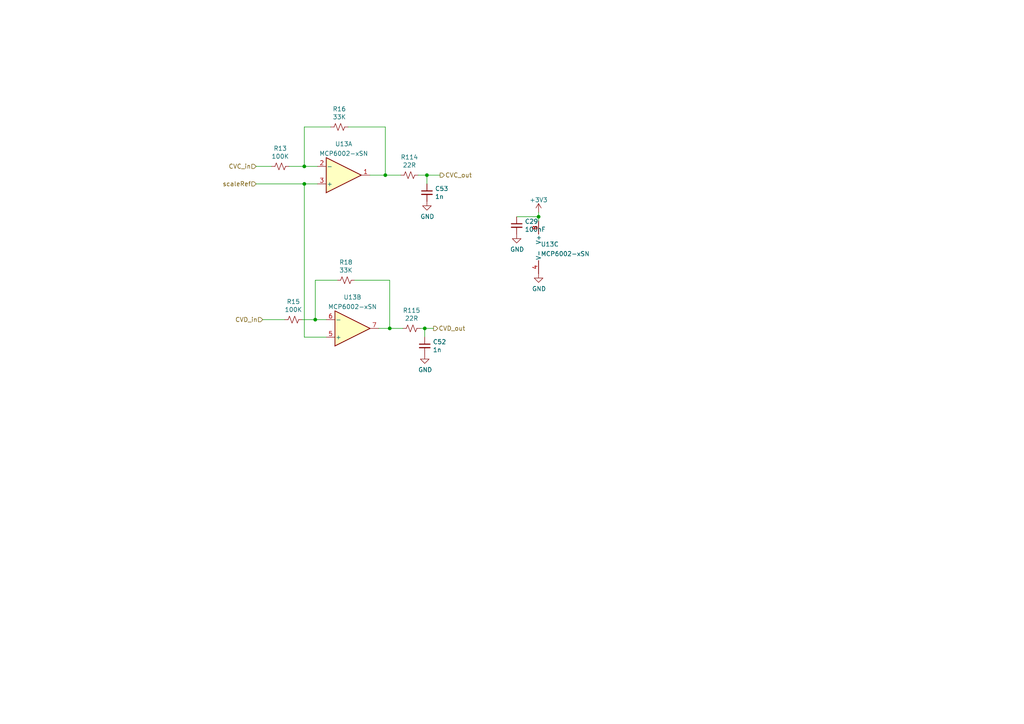
<source format=kicad_sch>
(kicad_sch (version 20211123) (generator eeschema)
  (paper "A4")
  (title_block (title "Bell's Theorem") (date "2022-01-16"))
  (lib_symbols
    (symbol "Amplifier_Operational:MCP6002-xSN" (pin_names (offset 0.127))
      (property "Reference" "U" (at 0 5.08 0))
      (property "Value" "MCP6002-xSN" (at 0 -5.08 0))
      (symbol "MCP6002-xSN_1_1"
        (polyline (pts (xy -5.08 5.08) (xy 5.08 0) (xy -5.08 -5.08) (xy -5.08 5.08)) (stroke (width 0.254)) (fill (type background)))
        (pin output line (at 7.62 0 180) (length 2.54) (name "~") (number "1"))
        (pin input line (at -7.62 -2.54 0) (length 2.54) (name "-") (number "2"))
        (pin input line (at -7.62 2.54 0) (length 2.54) (name "+") (number "3"))
      )
      (symbol "MCP6002-xSN_2_1"
        (polyline (pts (xy -5.08 5.08) (xy 5.08 0) (xy -5.08 -5.08) (xy -5.08 5.08)) (stroke (width 0.254)) (fill (type background)))
        (pin input line (at -7.62 2.54 0) (length 2.54) (name "+") (number "5"))
        (pin input line (at -7.62 -2.54 0) (length 2.54) (name "-") (number "6"))
        (pin output line (at 7.62 0 180) (length 2.54) (name "~") (number "7"))
      )
      (symbol "MCP6002-xSN_3_1"
        (pin power_in line (at -2.54 -7.62 90) (length 3.81) (name "V-") (number "4"))
        (pin power_in line (at -2.54 7.62 270) (length 3.81) (name "V+") (number "8"))
      )
    )
    (symbol "Device:C_Small" (pin_numbers hide) (pin_names (offset 0.254) hide)
      (property "Reference" "C" (at 0.254 1.778 0))
      (property "Value" "C_Small" (at 0.254 -2.032 0))
      (symbol "C_Small_0_1"
        (polyline (pts (xy -1.524 -0.508) (xy 1.524 -0.508)) (stroke (width 0.3302)))
        (polyline (pts (xy -1.524 0.508) (xy 1.524 0.508)) (stroke (width 0.3048)))
      )
      (symbol "C_Small_1_1"
        (pin passive line (at 0 2.54 270) (length 2.032) (name "~") (number "1"))
        (pin passive line (at 0 -2.54 90) (length 2.032) (name "~") (number "2"))
      )
    )
    (symbol "Device:R_Small_US" (pin_numbers hide) (pin_names (offset 0.254) hide)
      (property "Reference" "R" (at 0.762 0.508 0))
      (property "Value" "R_Small_US" (at 0.762 -1.016 0))
      (symbol "R_Small_US_1_1"
        (polyline (pts (xy 0 0) (xy 1.016 -0.381) (xy 0 -0.762) (xy -1.016 -1.143) (xy 0 -1.524)))
        (polyline (pts (xy 0 1.524) (xy 1.016 1.143) (xy 0 0.762) (xy -1.016 0.381) (xy 0 0)))
        (pin passive line (at 0 2.54 270) (length 1.016) (name "~") (number "1"))
        (pin passive line (at 0 -2.54 90) (length 1.016) (name "~") (number "2"))
      )
    )
    (symbol "power:+3.3V" (power) (pin_names (offset 0))
      (property "Value" "+3.3V" (at 0 3.556 0))
      (symbol "+3.3V_0_1"
        (polyline (pts (xy -0.762 1.27) (xy 0 2.54)))
        (polyline (pts (xy 0 0) (xy 0 2.54)))
        (polyline (pts (xy 0 2.54) (xy 0.762 1.27)))
      )
      (symbol "+3.3V_1_1"
        (pin power_in line (at 0 0 90) (length 0) hide (name "+3V3") (number "1"))
      )
    )
    (symbol "power:GND" (power) (pin_names (offset 0))
      (property "Value" "GND" (at 0 -3.81 0))
      (symbol "GND_0_1"
        (polyline (pts (xy 0 0) (xy 0 -1.27) (xy 1.27 -1.27) (xy 0 -2.54) (xy -1.27 -1.27) (xy 0 -1.27)))
      )
      (symbol "GND_1_1"
        (pin power_in line (at 0 0 270) (length 0) hide (name "GND") (number "1"))
      )
    )
  )
  (junction (at 111.76 50.8))
  (junction (at 88.265 53.34))
  (junction (at 156.21 62.865))
  (junction (at 91.44 92.71))
  (junction (at 123.19 95.25))
  (junction (at 123.825 50.8))
  (junction (at 113.03 95.25))
  (junction (at 88.265 48.26))
  (wire (pts (xy 149.86 62.865) (xy 156.21 62.865)))
  (wire (pts (xy 95.885 36.83) (xy 88.265 36.83)))
  (wire (pts (xy 102.87 81.28) (xy 113.03 81.28)))
  (wire (pts (xy 91.44 92.71) (xy 94.615 92.71)))
  (wire (pts (xy 88.265 53.34) (xy 88.265 97.79)))
  (wire (pts (xy 83.82 48.26) (xy 88.265 48.26)))
  (wire (pts (xy 88.265 36.83) (xy 88.265 48.26)))
  (wire (pts (xy 87.63 92.71) (xy 91.44 92.71)))
  (wire (pts (xy 76.2 92.71) (xy 82.55 92.71)))
  (wire (pts (xy 123.825 50.8) (xy 127.635 50.8)))
  (wire (pts (xy 121.285 50.8) (xy 123.825 50.8)))
  (wire (pts (xy 123.19 97.79) (xy 123.19 95.25)))
  (wire (pts (xy 74.295 48.26) (xy 78.74 48.26)))
  (wire (pts (xy 156.21 62.865) (xy 156.21 64.135)))
  (wire (pts (xy 91.44 81.28) (xy 91.44 92.71)))
  (wire (pts (xy 156.21 61.595) (xy 156.21 62.865)))
  (wire (pts (xy 111.76 50.8) (xy 107.315 50.8)))
  (wire (pts (xy 113.03 95.25) (xy 109.855 95.25)))
  (wire (pts (xy 97.79 81.28) (xy 91.44 81.28)))
  (wire (pts (xy 113.03 81.28) (xy 113.03 95.25)))
  (wire (pts (xy 123.825 53.34) (xy 123.825 50.8)))
  (wire (pts (xy 100.965 36.83) (xy 111.76 36.83)))
  (wire (pts (xy 88.265 97.79) (xy 94.615 97.79)))
  (wire (pts (xy 111.76 36.83) (xy 111.76 50.8)))
  (wire (pts (xy 125.73 95.25) (xy 123.19 95.25)))
  (wire (pts (xy 88.265 53.34) (xy 92.075 53.34)))
  (wire (pts (xy 74.295 53.34) (xy 88.265 53.34)))
  (wire (pts (xy 123.19 95.25) (xy 121.92 95.25)))
  (wire (pts (xy 113.03 95.25) (xy 116.84 95.25)))
  (wire (pts (xy 88.265 48.26) (xy 92.075 48.26)))
  (wire (pts (xy 111.76 50.8) (xy 116.205 50.8)))
  (hierarchical_label "CVC_out" (shape output) (at 127.635 50.8 0))
  (hierarchical_label "scaleRef" (shape input) (at 74.295 53.34 180))
  (hierarchical_label "CVD_in" (shape input) (at 76.2 92.71 180))
  (hierarchical_label "CVD_out" (shape output) (at 125.73 95.25 0))
  (hierarchical_label "CVC_in" (shape input) (at 74.295 48.26 180))
  (symbol (lib_id "Device:R_Small_US") (at 119.38 95.25 270) (unit 1)
    (property "Reference" "R115" (at 119.38 90.043 90))
    (property "Value" "22R" (at 119.38 92.3544 90))
    (property "Footprint" "Resistor_SMD:R_0805_2012Metric_Pad1.20x1.40mm_HandSolder" (effects hide))
  )
  (symbol (lib_id "Device:R_Small_US") (at 118.745 50.8 270) (unit 1)
    (property "Reference" "R114" (at 118.745 45.593 90))
    (property "Value" "22R" (at 118.745 47.9044 90))
    (property "Footprint" "Resistor_SMD:R_0805_2012Metric_Pad1.20x1.40mm_HandSolder" (effects hide))
  )
  (symbol (lib_id "Device:C_Small") (at 149.86 65.405 0) (unit 1)
    (property "Reference" "C29" (at 152.1968 64.2366 0) (effects (justify left)))
    (property "Value" "100nF" (at 152.1968 66.548 0) (effects (justify left)))
    (property "Footprint" "Capacitor_SMD:C_0805_2012Metric_Pad1.18x1.45mm_HandSolder" (effects hide))
  )
  (symbol (lib_id "power:GND") (at 149.86 67.945 0) (unit 1)
    (property "Reference" "#PWR0210" (effects hide))
    (property "Value" "GND" (at 149.987 72.3392 0))
  )
  (symbol (lib_id "Device:C_Small") (at 123.825 55.88 0) (unit 1)
    (property "Reference" "C53" (at 126.1618 54.7116 0) (effects (justify left)))
    (property "Value" "1n" (at 126.1618 57.023 0) (effects (justify left)))
    (property "Footprint" "Capacitor_SMD:C_0805_2012Metric_Pad1.18x1.45mm_HandSolder" (effects hide))
  )
  (symbol (lib_id "Device:C_Small") (at 123.19 100.33 0) (unit 1)
    (property "Reference" "C52" (at 125.5268 99.1616 0) (effects (justify left)))
    (property "Value" "1n" (at 125.5268 101.473 0) (effects (justify left)))
    (property "Footprint" "Capacitor_SMD:C_0805_2012Metric_Pad1.18x1.45mm_HandSolder" (effects hide))
  )
  (symbol (lib_id "power:GND") (at 123.19 102.87 0) (unit 1)
    (property "Reference" "#PWR062" (effects hide))
    (property "Value" "GND" (at 123.317 107.2642 0))
  )
  (symbol (lib_id "power:GND") (at 123.825 58.42 0) (unit 1)
    (property "Reference" "#PWR065" (effects hide))
    (property "Value" "GND" (at 123.952 62.8142 0))
  )
  (symbol (lib_id "power:GND") (at 156.21 79.375 0) (unit 1)
    (property "Reference" "#PWR080" (effects hide))
    (property "Value" "GND" (at 156.337 83.7692 0))
  )
  (symbol (lib_id "Device:R_Small_US") (at 100.33 81.28 270) (unit 1)
    (property "Reference" "R18" (at 100.33 76.073 90))
    (property "Value" "33K" (at 100.33 78.3844 90))
    (property "Footprint" "Resistor_SMD:R_0805_2012Metric_Pad1.20x1.40mm_HandSolder" (effects hide))
  )
  (symbol (lib_id "Amplifier_Operational:MCP6002-xSN") (at 158.75 71.755 0) (unit 3)
    (property "Reference" "U13" (at 156.845 70.8465 0) (effects (justify left)))
    (property "Value" "MCP6002-xSN" (at 156.845 73.6216 0) (effects (justify left)))
    (property "Footprint" "Package_SO:SOIC-8_3.9x4.9mm_P1.27mm" (effects hide))
    (property "Datasheet" "http://ww1.microchip.com/downloads/en/DeviceDoc/21733j.pdf" (effects hide))
  )
  (symbol (lib_id "Device:R_Small_US") (at 98.425 36.83 270) (unit 1)
    (property "Reference" "R16" (at 98.425 31.623 90))
    (property "Value" "33K" (at 98.425 33.9344 90))
    (property "Footprint" "Resistor_SMD:R_0805_2012Metric_Pad1.20x1.40mm_HandSolder" (effects hide))
  )
  (symbol (lib_id "Amplifier_Operational:MCP6002-xSN") (at 99.695 50.8 0) (mirror x) (unit 1)
    (property "Reference" "U13" (at 99.695 41.7535 0))
    (property "Value" "MCP6002-xSN" (at 99.695 44.5286 0))
    (property "Footprint" "Package_SO:SOIC-8_3.9x4.9mm_P1.27mm" (effects hide))
    (property "Datasheet" "http://ww1.microchip.com/downloads/en/DeviceDoc/21733j.pdf" (effects hide))
  )
  (symbol (lib_id "Device:R_Small_US") (at 85.09 92.71 270) (unit 1)
    (property "Reference" "R15" (at 85.09 87.503 90))
    (property "Value" "100K" (at 85.09 89.8144 90))
    (property "Footprint" "Resistor_SMD:R_0805_2012Metric_Pad1.20x1.40mm_HandSolder" (effects hide))
  )
  (symbol (lib_id "Amplifier_Operational:MCP6002-xSN") (at 102.235 95.25 0) (mirror x) (unit 2)
    (property "Reference" "U13" (at 102.235 86.2035 0))
    (property "Value" "MCP6002-xSN" (at 102.235 88.9786 0))
    (property "Footprint" "Package_SO:SOIC-8_3.9x4.9mm_P1.27mm" (effects hide))
    (property "Datasheet" "http://ww1.microchip.com/downloads/en/DeviceDoc/21733j.pdf" (effects hide))
  )
  (symbol (lib_id "power:+3.3V") (at 156.21 61.595 0) (unit 1)
    (property "Reference" "#PWR074" (effects hide))
    (property "Value" "+3.3V" (at 156.21 57.9905 0))
  )
  (symbol (lib_id "Device:R_Small_US") (at 81.28 48.26 270) (unit 1)
    (property "Reference" "R13" (at 81.28 43.053 90))
    (property "Value" "100K" (at 81.28 45.3644 90))
    (property "Footprint" "Resistor_SMD:R_0805_2012Metric_Pad1.20x1.40mm_HandSolder" (effects hide))
  )
)
</source>
